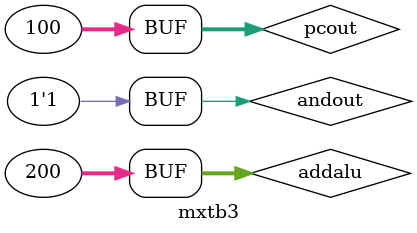
<source format=v>
`timescale 1ns / 1ps
module mxtb3();
reg [31:0] pcout,addalu;
reg andout;
wire [31:0] mux;
initial begin
    andout = 0;
    pcout = 33;
    addalu = 45;
    #50;
    andout = 1;
    pcout = 100;
    addalu = 200;
    #50;
end
MUXBranchorPC mx3(pcout,addalu,andout,mux);
endmodule

</source>
